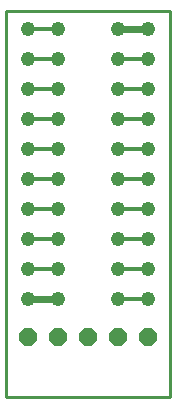
<source format=gtl>
G75*
%MOIN*%
%OFA0B0*%
%FSLAX24Y24*%
%IPPOS*%
%LPD*%
%AMOC8*
5,1,8,0,0,1.08239X$1,22.5*
%
%ADD10C,0.0100*%
%ADD11C,0.0480*%
%ADD12OC8,0.0600*%
%ADD13C,0.0240*%
%ADD14C,0.0120*%
D10*
X000150Y002500D02*
X000150Y015370D01*
X005642Y015370D01*
X005642Y002500D01*
X000150Y002500D01*
D11*
X000900Y005750D03*
X000900Y006750D03*
X000900Y007750D03*
X000900Y008750D03*
X000900Y009750D03*
X000900Y010750D03*
X000900Y011750D03*
X000900Y012750D03*
X000900Y013750D03*
X000900Y014750D03*
X001900Y014750D03*
X001900Y013750D03*
X001900Y012750D03*
X001900Y011750D03*
X001900Y010750D03*
X001900Y009750D03*
X001900Y008750D03*
X001900Y007750D03*
X001900Y006750D03*
X001900Y005750D03*
X003900Y005750D03*
X003900Y006750D03*
X003900Y007750D03*
X003900Y008750D03*
X003900Y009750D03*
X003900Y010750D03*
X003900Y011750D03*
X003900Y012750D03*
X003900Y013750D03*
X003900Y014750D03*
X004900Y014750D03*
X004900Y013750D03*
X004900Y012750D03*
X004900Y011750D03*
X004900Y010750D03*
X004900Y009750D03*
X004900Y008750D03*
X004900Y007750D03*
X004900Y006750D03*
X004900Y005750D03*
D12*
X004900Y004500D03*
X003900Y004500D03*
X002900Y004500D03*
X001900Y004500D03*
X000900Y004500D03*
D13*
X000900Y005750D02*
X001900Y005750D01*
X003900Y014750D02*
X004900Y014750D01*
D14*
X004900Y013750D02*
X003900Y013750D01*
X003900Y012750D02*
X004900Y012750D01*
X004900Y011750D02*
X003900Y011750D01*
X003900Y010750D02*
X004900Y010750D01*
X004900Y009750D02*
X003900Y009750D01*
X003900Y008750D02*
X004900Y008750D01*
X004900Y007750D02*
X003900Y007750D01*
X003900Y006750D02*
X004900Y006750D01*
X004900Y005750D02*
X003900Y005750D01*
X001900Y006750D02*
X000900Y006750D01*
X000900Y007750D02*
X001900Y007750D01*
X001900Y008750D02*
X000900Y008750D01*
X000900Y009750D02*
X001900Y009750D01*
X001900Y010750D02*
X000900Y010750D01*
X000900Y011750D02*
X001900Y011750D01*
X001900Y012750D02*
X000900Y012750D01*
X000900Y013750D02*
X001900Y013750D01*
X001900Y014750D02*
X000900Y014750D01*
M02*

</source>
